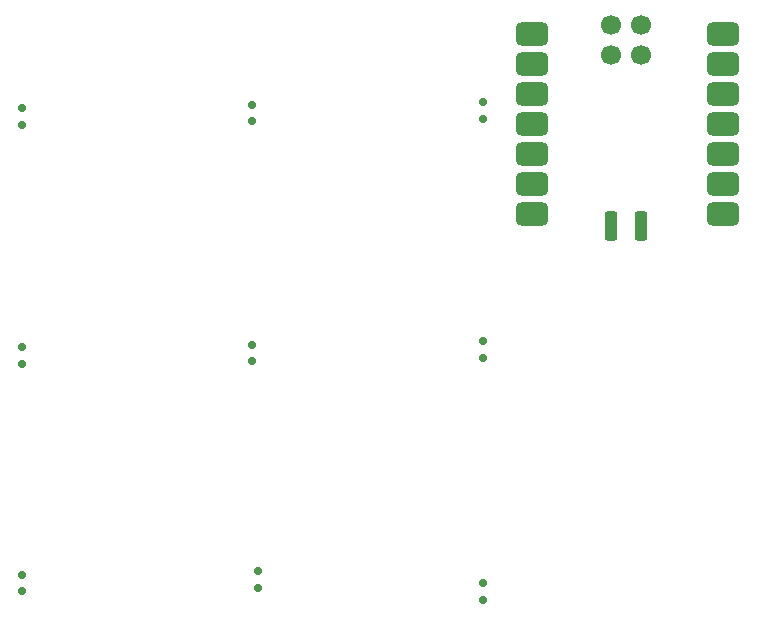
<source format=gbr>
%TF.GenerationSoftware,KiCad,Pcbnew,8.0.6*%
%TF.CreationDate,2024-10-28T02:11:40-04:00*%
%TF.ProjectId,macropad_schematic,6d616372-6f70-4616-945f-736368656d61,rev?*%
%TF.SameCoordinates,Original*%
%TF.FileFunction,Paste,Bot*%
%TF.FilePolarity,Positive*%
%FSLAX46Y46*%
G04 Gerber Fmt 4.6, Leading zero omitted, Abs format (unit mm)*
G04 Created by KiCad (PCBNEW 8.0.6) date 2024-10-28 02:11:40*
%MOMM*%
%LPD*%
G01*
G04 APERTURE LIST*
G04 Aperture macros list*
%AMRoundRect*
0 Rectangle with rounded corners*
0 $1 Rounding radius*
0 $2 $3 $4 $5 $6 $7 $8 $9 X,Y pos of 4 corners*
0 Add a 4 corners polygon primitive as box body*
4,1,4,$2,$3,$4,$5,$6,$7,$8,$9,$2,$3,0*
0 Add four circle primitives for the rounded corners*
1,1,$1+$1,$2,$3*
1,1,$1+$1,$4,$5*
1,1,$1+$1,$6,$7*
1,1,$1+$1,$8,$9*
0 Add four rect primitives between the rounded corners*
20,1,$1+$1,$2,$3,$4,$5,0*
20,1,$1+$1,$4,$5,$6,$7,0*
20,1,$1+$1,$6,$7,$8,$9,0*
20,1,$1+$1,$8,$9,$2,$3,0*%
G04 Aperture macros list end*
%ADD10RoundRect,0.150000X-0.200000X0.150000X-0.200000X-0.150000X0.200000X-0.150000X0.200000X0.150000X0*%
%ADD11RoundRect,0.500000X0.875000X0.500000X-0.875000X0.500000X-0.875000X-0.500000X0.875000X-0.500000X0*%
%ADD12RoundRect,0.275000X-0.275000X0.975000X-0.275000X-0.975000X0.275000X-0.975000X0.275000X0.975000X0*%
%ADD13C,1.700000*%
G04 APERTURE END LIST*
D10*
%TO.C,D8*%
X142350000Y-92900000D03*
X142350000Y-91500000D03*
%TD*%
D11*
%TO.C,U1*%
X162665000Y-65460000D03*
X162665000Y-68000000D03*
X162665000Y-70540000D03*
X162665000Y-73080000D03*
X162665000Y-75620000D03*
X162665000Y-78160000D03*
X162665000Y-80700000D03*
X146500000Y-80700000D03*
X146500000Y-78160000D03*
X146500000Y-75620000D03*
X146500000Y-73080000D03*
X146500000Y-70540000D03*
X146500000Y-68000000D03*
X146500000Y-65460000D03*
D12*
X155753000Y-81720000D03*
X153213000Y-81720000D03*
D13*
X155753000Y-64702000D03*
X153213000Y-64702000D03*
X155753000Y-67242000D03*
X153213000Y-67242000D03*
%TD*%
D10*
%TO.C,D4*%
X122850000Y-72900000D03*
X122850000Y-71500000D03*
%TD*%
%TO.C,D2*%
X103350000Y-93400000D03*
X103350000Y-92000000D03*
%TD*%
%TO.C,D5*%
X122850000Y-93200000D03*
X122850000Y-91800000D03*
%TD*%
%TO.C,D6*%
X123350000Y-112400000D03*
X123350000Y-111000000D03*
%TD*%
%TO.C,D9*%
X142350000Y-113400000D03*
X142350000Y-112000000D03*
%TD*%
%TO.C,D3*%
X103350000Y-112700000D03*
X103350000Y-111300000D03*
%TD*%
%TO.C,D1*%
X103350000Y-73200000D03*
X103350000Y-71800000D03*
%TD*%
%TO.C,D7*%
X142350000Y-72700000D03*
X142350000Y-71300000D03*
%TD*%
M02*

</source>
